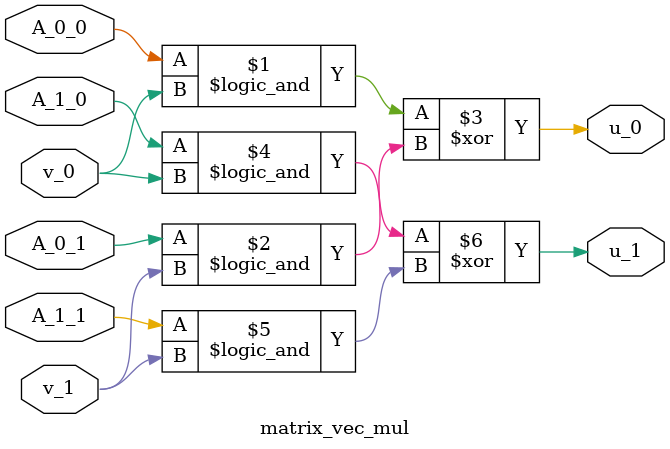
<source format=v>
`timescale 1ns / 1ps

/* In this module we define matrix vector multiplication for 2 x 2 matrices over
the scaler field of the dihedral group D_2 of order 2 (multiplication and addition mod 2)

in D_2, 
    multiplication corresponds to and
    addition corresponds to xor

 */
module matrix_vec_mul (

    // 2x2 matrix M
    input wire A_0_0,
    input wire A_0_1,
    input wire A_1_0,
    input wire A_1_1,

    input wire v_0,
    input wire v_1,

    // u
    output wire u_0,
    output wire u_1

    // u = M v
    );

    //|g| |a  b| |e|
    //| |=|    | | |
    //|h| |c  d| |f|
    assign u_0 = (A_0_0 && v_0) ^ (A_0_1 && v_1);
    assign u_1 = (A_1_0 && v_0) ^ (A_1_1 && v_1); 
endmodule
</source>
